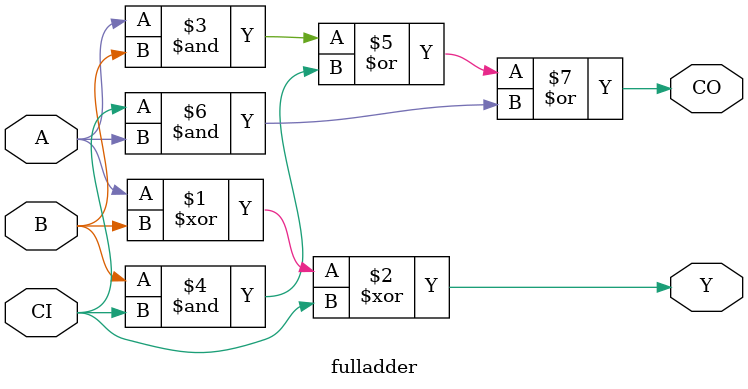
<source format=v>
/********************************************/
/*                                          */
/* Supergate cell library for Bench marking */
/*                                          */
/* Symbiotic EDA GmbH / Moseley Instruments */
/* Niels A. Moseley                         */
/*                                          */
/* Process: none                            */
/*                                          */
/* Date   : 02-11-2018                      */
/* Version: 1.0                             */
/*                                          */
/********************************************/

module inv(input A, output Y);
  assign Y = ~A;
endmodule

module tri_inv(input A, input S, output reg Y);
  always@(*)
  begin
    if (S==1'b0)
      begin
        Y <= 1'bz;
      end
    else  
      begin
        Y <= ~A;
      end
  end
endmodule

module buffer(input A, output Y);
  assign Y = A;
endmodule

module nand2(input A, input B, output Y);
  assign Y = ~(A & B);
endmodule

module nor2(input A, input B, output Y);
  assign Y = ~(A | B);
endmodule

module xor2(input A, input B, output Y);
  assign Y = A ^ B;
endmodule  

module imux2(input A, input B, input S, output Y);
  assign Y = ~(S ? A : B);
endmodule

module dff(input CLK, input D, input RESET, input PRESET, output reg Q, output reg QN);
  always@(CLK or RESET or PRESET)
  begin
    if (RESET)
      begin
        Q  <= 1'b0;
        QN <= 1'b1;
      end
    else
    if (PRESET)
      begin
        Q  <= 1'b1;
        QN <= 1'b0;
      end      
    else 
    if (CLK)
      begin
        Q  <= D;
        QN <= ~D;
      end
  end      
endmodule

module latch(input G, input D, output reg Q, output reg QN);
  always@(G or D)
  begin
    if (G)
      begin
        Q  <= D;
        QN <= ~D;
      end
  end      
endmodule


module aoi211(input A, input B, input C, output Y);
  assign Y = ~((A&B)|C);
endmodule

module oai211(input A, input B, input C, output Y);
  assign Y = ~((A|B)&C);
endmodule

module halfadder(input A, input B, output C, output Y);
  assign Y = A^B;
  assign C = A&B;
endmodule

module fulladder(input A, input B, input CI, output CO, output Y);
  assign Y = (A^B)^CI;
  assign CO = ((A&B)|(B&CI))|(CI&A);
endmodule

</source>
